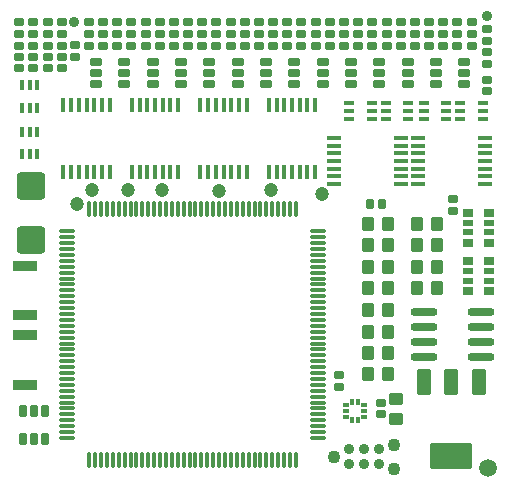
<source format=gts>
G04*
G04 #@! TF.GenerationSoftware,Altium Limited,Altium Designer,22.11.1 (43)*
G04*
G04 Layer_Color=8388736*
%FSLAX25Y25*%
%MOIN*%
G70*
G04*
G04 #@! TF.SameCoordinates,8C82D437-5C52-4462-93A3-0E09C5BBDBC0*
G04*
G04*
G04 #@! TF.FilePolarity,Negative*
G04*
G01*
G75*
G04:AMPARAMS|DCode=41|XSize=47.24mil|YSize=88.58mil|CornerRadius=6.3mil|HoleSize=0mil|Usage=FLASHONLY|Rotation=180.000|XOffset=0mil|YOffset=0mil|HoleType=Round|Shape=RoundedRectangle|*
%AMROUNDEDRECTD41*
21,1,0.04724,0.07598,0,0,180.0*
21,1,0.03465,0.08858,0,0,180.0*
1,1,0.01260,-0.01732,0.03799*
1,1,0.01260,0.01732,0.03799*
1,1,0.01260,0.01732,-0.03799*
1,1,0.01260,-0.01732,-0.03799*
%
%ADD41ROUNDEDRECTD41*%
G04:AMPARAMS|DCode=42|XSize=47.24mil|YSize=88.58mil|CornerRadius=6.3mil|HoleSize=0mil|Usage=FLASHONLY|Rotation=180.000|XOffset=0mil|YOffset=0mil|HoleType=Round|Shape=RoundedRectangle|*
%AMROUNDEDRECTD42*
21,1,0.04724,0.07599,0,0,180.0*
21,1,0.03465,0.08858,0,0,180.0*
1,1,0.01260,-0.01732,0.03799*
1,1,0.01260,0.01732,0.03799*
1,1,0.01260,0.01732,-0.03799*
1,1,0.01260,-0.01732,-0.03799*
%
%ADD42ROUNDEDRECTD42*%
G04:AMPARAMS|DCode=43|XSize=141.73mil|YSize=88.58mil|CornerRadius=10.43mil|HoleSize=0mil|Usage=FLASHONLY|Rotation=180.000|XOffset=0mil|YOffset=0mil|HoleType=Round|Shape=RoundedRectangle|*
%AMROUNDEDRECTD43*
21,1,0.14173,0.06772,0,0,180.0*
21,1,0.12087,0.08858,0,0,180.0*
1,1,0.02087,-0.06043,0.03386*
1,1,0.02087,0.06043,0.03386*
1,1,0.02087,0.06043,-0.03386*
1,1,0.02087,-0.06043,-0.03386*
%
%ADD43ROUNDEDRECTD43*%
%ADD44O,0.05512X0.01260*%
%ADD45O,0.01260X0.05512*%
G04:AMPARAMS|DCode=46|XSize=43.31mil|YSize=47.24mil|CornerRadius=5.91mil|HoleSize=0mil|Usage=FLASHONLY|Rotation=180.000|XOffset=0mil|YOffset=0mil|HoleType=Round|Shape=RoundedRectangle|*
%AMROUNDEDRECTD46*
21,1,0.04331,0.03543,0,0,180.0*
21,1,0.03150,0.04724,0,0,180.0*
1,1,0.01181,-0.01575,0.01772*
1,1,0.01181,0.01575,0.01772*
1,1,0.01181,0.01575,-0.01772*
1,1,0.01181,-0.01575,-0.01772*
%
%ADD46ROUNDEDRECTD46*%
G04:AMPARAMS|DCode=47|XSize=27.56mil|YSize=39.37mil|CornerRadius=4.33mil|HoleSize=0mil|Usage=FLASHONLY|Rotation=0.000|XOffset=0mil|YOffset=0mil|HoleType=Round|Shape=RoundedRectangle|*
%AMROUNDEDRECTD47*
21,1,0.02756,0.03071,0,0,0.0*
21,1,0.01890,0.03937,0,0,0.0*
1,1,0.00866,0.00945,-0.01535*
1,1,0.00866,-0.00945,-0.01535*
1,1,0.00866,-0.00945,0.01535*
1,1,0.00866,0.00945,0.01535*
%
%ADD47ROUNDEDRECTD47*%
%ADD48C,0.03494*%
G04:AMPARAMS|DCode=49|XSize=31.5mil|YSize=27.56mil|CornerRadius=4.33mil|HoleSize=0mil|Usage=FLASHONLY|Rotation=0.000|XOffset=0mil|YOffset=0mil|HoleType=Round|Shape=RoundedRectangle|*
%AMROUNDEDRECTD49*
21,1,0.03150,0.01890,0,0,0.0*
21,1,0.02284,0.02756,0,0,0.0*
1,1,0.00866,0.01142,-0.00945*
1,1,0.00866,-0.01142,-0.00945*
1,1,0.00866,-0.01142,0.00945*
1,1,0.00866,0.01142,0.00945*
%
%ADD49ROUNDEDRECTD49*%
G04:AMPARAMS|DCode=50|XSize=27.56mil|YSize=39.37mil|CornerRadius=4.33mil|HoleSize=0mil|Usage=FLASHONLY|Rotation=90.000|XOffset=0mil|YOffset=0mil|HoleType=Round|Shape=RoundedRectangle|*
%AMROUNDEDRECTD50*
21,1,0.02756,0.03071,0,0,90.0*
21,1,0.01890,0.03937,0,0,90.0*
1,1,0.00866,0.01535,0.00945*
1,1,0.00866,0.01535,-0.00945*
1,1,0.00866,-0.01535,-0.00945*
1,1,0.00866,-0.01535,0.00945*
%
%ADD50ROUNDEDRECTD50*%
G04:AMPARAMS|DCode=51|XSize=90.55mil|YSize=94.49mil|CornerRadius=10.63mil|HoleSize=0mil|Usage=FLASHONLY|Rotation=270.000|XOffset=0mil|YOffset=0mil|HoleType=Round|Shape=RoundedRectangle|*
%AMROUNDEDRECTD51*
21,1,0.09055,0.07323,0,0,270.0*
21,1,0.06929,0.09449,0,0,270.0*
1,1,0.02126,-0.03661,-0.03465*
1,1,0.02126,-0.03661,0.03465*
1,1,0.02126,0.03661,0.03465*
1,1,0.02126,0.03661,-0.03465*
%
%ADD51ROUNDEDRECTD51*%
%ADD52C,0.03543*%
G04:AMPARAMS|DCode=53|XSize=29.53mil|YSize=35.43mil|CornerRadius=4.53mil|HoleSize=0mil|Usage=FLASHONLY|Rotation=270.000|XOffset=0mil|YOffset=0mil|HoleType=Round|Shape=RoundedRectangle|*
%AMROUNDEDRECTD53*
21,1,0.02953,0.02638,0,0,270.0*
21,1,0.02047,0.03543,0,0,270.0*
1,1,0.00906,-0.01319,-0.01024*
1,1,0.00906,-0.01319,0.01024*
1,1,0.00906,0.01319,0.01024*
1,1,0.00906,0.01319,-0.01024*
%
%ADD53ROUNDEDRECTD53*%
G04:AMPARAMS|DCode=54|XSize=21.65mil|YSize=35.43mil|CornerRadius=3.74mil|HoleSize=0mil|Usage=FLASHONLY|Rotation=270.000|XOffset=0mil|YOffset=0mil|HoleType=Round|Shape=RoundedRectangle|*
%AMROUNDEDRECTD54*
21,1,0.02165,0.02795,0,0,270.0*
21,1,0.01417,0.03543,0,0,270.0*
1,1,0.00748,-0.01398,-0.00709*
1,1,0.00748,-0.01398,0.00709*
1,1,0.00748,0.01398,0.00709*
1,1,0.00748,0.01398,-0.00709*
%
%ADD54ROUNDEDRECTD54*%
G04:AMPARAMS|DCode=55|XSize=35.43mil|YSize=82.68mil|CornerRadius=5.12mil|HoleSize=0mil|Usage=FLASHONLY|Rotation=270.000|XOffset=0mil|YOffset=0mil|HoleType=Round|Shape=RoundedRectangle|*
%AMROUNDEDRECTD55*
21,1,0.03543,0.07244,0,0,270.0*
21,1,0.02520,0.08268,0,0,270.0*
1,1,0.01024,-0.03622,-0.01260*
1,1,0.01024,-0.03622,0.01260*
1,1,0.01024,0.03622,0.01260*
1,1,0.01024,0.03622,-0.01260*
%
%ADD55ROUNDEDRECTD55*%
%ADD56O,0.01575X0.04724*%
%ADD57O,0.04724X0.01575*%
G04:AMPARAMS|DCode=58|XSize=16.54mil|YSize=35.43mil|CornerRadius=3.23mil|HoleSize=0mil|Usage=FLASHONLY|Rotation=270.000|XOffset=0mil|YOffset=0mil|HoleType=Round|Shape=RoundedRectangle|*
%AMROUNDEDRECTD58*
21,1,0.01654,0.02898,0,0,270.0*
21,1,0.01008,0.03543,0,0,270.0*
1,1,0.00646,-0.01449,-0.00504*
1,1,0.00646,-0.01449,0.00504*
1,1,0.00646,0.01449,0.00504*
1,1,0.00646,0.01449,-0.00504*
%
%ADD58ROUNDEDRECTD58*%
%ADD59O,0.09055X0.02756*%
G04:AMPARAMS|DCode=60|XSize=16.54mil|YSize=35.43mil|CornerRadius=3.23mil|HoleSize=0mil|Usage=FLASHONLY|Rotation=0.000|XOffset=0mil|YOffset=0mil|HoleType=Round|Shape=RoundedRectangle|*
%AMROUNDEDRECTD60*
21,1,0.01654,0.02898,0,0,0.0*
21,1,0.01008,0.03543,0,0,0.0*
1,1,0.00646,0.00504,-0.01449*
1,1,0.00646,-0.00504,-0.01449*
1,1,0.00646,-0.00504,0.01449*
1,1,0.00646,0.00504,0.01449*
%
%ADD60ROUNDEDRECTD60*%
%ADD61R,0.01870X0.01772*%
%ADD62R,0.01772X0.01870*%
G04:AMPARAMS|DCode=63|XSize=43.31mil|YSize=47.24mil|CornerRadius=5.91mil|HoleSize=0mil|Usage=FLASHONLY|Rotation=90.000|XOffset=0mil|YOffset=0mil|HoleType=Round|Shape=RoundedRectangle|*
%AMROUNDEDRECTD63*
21,1,0.04331,0.03543,0,0,90.0*
21,1,0.03150,0.04724,0,0,90.0*
1,1,0.01181,0.01772,0.01575*
1,1,0.01181,0.01772,-0.01575*
1,1,0.01181,-0.01772,-0.01575*
1,1,0.01181,-0.01772,0.01575*
%
%ADD63ROUNDEDRECTD63*%
G04:AMPARAMS|DCode=64|XSize=31.5mil|YSize=27.56mil|CornerRadius=4.33mil|HoleSize=0mil|Usage=FLASHONLY|Rotation=270.000|XOffset=0mil|YOffset=0mil|HoleType=Round|Shape=RoundedRectangle|*
%AMROUNDEDRECTD64*
21,1,0.03150,0.01890,0,0,270.0*
21,1,0.02284,0.02756,0,0,270.0*
1,1,0.00866,-0.00945,-0.01142*
1,1,0.00866,-0.00945,0.01142*
1,1,0.00866,0.00945,0.01142*
1,1,0.00866,0.00945,-0.01142*
%
%ADD64ROUNDEDRECTD64*%
%ADD65C,0.04294*%
%ADD66C,0.04724*%
%ADD67C,0.05906*%
D41*
X159055Y32677D02*
D03*
X140945D02*
D03*
D42*
X150000D02*
D03*
D43*
X150000Y8268D02*
D03*
D44*
X105512Y14173D02*
D03*
Y16142D02*
D03*
X105512Y18110D02*
D03*
Y20079D02*
D03*
Y22047D02*
D03*
Y24016D02*
D03*
Y25984D02*
D03*
X105512Y27953D02*
D03*
Y29921D02*
D03*
Y31890D02*
D03*
X105512Y33858D02*
D03*
Y35827D02*
D03*
Y37795D02*
D03*
Y39764D02*
D03*
Y41732D02*
D03*
Y43701D02*
D03*
Y45669D02*
D03*
Y47638D02*
D03*
Y49606D02*
D03*
Y51575D02*
D03*
Y53543D02*
D03*
X105512Y55512D02*
D03*
X105512Y57480D02*
D03*
Y59449D02*
D03*
Y61417D02*
D03*
Y63386D02*
D03*
Y65354D02*
D03*
X105512Y67323D02*
D03*
Y69291D02*
D03*
Y71260D02*
D03*
X105512Y73228D02*
D03*
Y75197D02*
D03*
Y77165D02*
D03*
Y79134D02*
D03*
Y81102D02*
D03*
X105512Y83071D02*
D03*
X21850D02*
D03*
X21850Y81102D02*
D03*
Y79134D02*
D03*
Y77165D02*
D03*
Y75197D02*
D03*
Y73228D02*
D03*
X21850Y71260D02*
D03*
Y69291D02*
D03*
Y67323D02*
D03*
X21850Y65354D02*
D03*
Y63386D02*
D03*
Y61417D02*
D03*
Y59449D02*
D03*
Y57480D02*
D03*
X21850Y55512D02*
D03*
X21850Y53543D02*
D03*
Y51575D02*
D03*
Y49606D02*
D03*
Y47638D02*
D03*
Y45669D02*
D03*
Y43701D02*
D03*
Y41732D02*
D03*
Y39764D02*
D03*
Y37795D02*
D03*
Y35827D02*
D03*
Y33858D02*
D03*
X21850Y31890D02*
D03*
Y29921D02*
D03*
Y27953D02*
D03*
X21850Y25984D02*
D03*
Y24016D02*
D03*
Y22047D02*
D03*
Y20079D02*
D03*
Y18110D02*
D03*
X21850Y16142D02*
D03*
Y14173D02*
D03*
D45*
X98130Y90453D02*
D03*
X96161D02*
D03*
X94193Y90453D02*
D03*
X92224D02*
D03*
X90256D02*
D03*
X88287D02*
D03*
X86319D02*
D03*
X84350Y90453D02*
D03*
X82382D02*
D03*
X80413D02*
D03*
X78445Y90453D02*
D03*
X76476D02*
D03*
X74508D02*
D03*
X72539D02*
D03*
X70571D02*
D03*
X68602D02*
D03*
X66634D02*
D03*
X64665D02*
D03*
X62697D02*
D03*
X60728D02*
D03*
X58760D02*
D03*
X56791Y90453D02*
D03*
X54823Y90453D02*
D03*
X52854D02*
D03*
X50886D02*
D03*
X48917D02*
D03*
X46949D02*
D03*
X44980Y90453D02*
D03*
X43012D02*
D03*
X41043D02*
D03*
X39075Y90453D02*
D03*
X37106D02*
D03*
X35138D02*
D03*
X33169D02*
D03*
X31201D02*
D03*
X29232Y90453D02*
D03*
Y6791D02*
D03*
X31201Y6791D02*
D03*
X33169D02*
D03*
X35138D02*
D03*
X37106D02*
D03*
X39075D02*
D03*
X41043Y6791D02*
D03*
X43012D02*
D03*
X44980D02*
D03*
X46949Y6791D02*
D03*
X48917D02*
D03*
X50886D02*
D03*
X52854D02*
D03*
X54823D02*
D03*
X56791Y6791D02*
D03*
X58760Y6791D02*
D03*
X60728D02*
D03*
X62697D02*
D03*
X64665D02*
D03*
X66634D02*
D03*
X68602D02*
D03*
X70571D02*
D03*
X72539D02*
D03*
X74508D02*
D03*
X76476D02*
D03*
X78445D02*
D03*
X80413Y6791D02*
D03*
X82382D02*
D03*
X84350D02*
D03*
X86319Y6791D02*
D03*
X88287D02*
D03*
X90256D02*
D03*
X92224D02*
D03*
X94193D02*
D03*
X96161Y6791D02*
D03*
X98130D02*
D03*
D46*
X128740Y56693D02*
D03*
X122047Y56693D02*
D03*
Y49606D02*
D03*
X128740D02*
D03*
Y42520D02*
D03*
X122047D02*
D03*
Y35433D02*
D03*
X128740D02*
D03*
X138583Y64173D02*
D03*
X145276D02*
D03*
X122047Y64173D02*
D03*
X128740Y64173D02*
D03*
X138583Y71260D02*
D03*
X145276Y71260D02*
D03*
X122047Y71260D02*
D03*
X128740D02*
D03*
X138583Y78347D02*
D03*
X145276D02*
D03*
X122047D02*
D03*
X128740D02*
D03*
X145276Y85433D02*
D03*
X138583Y85433D02*
D03*
X122047Y85433D02*
D03*
X128740D02*
D03*
D47*
X7086Y13780D02*
D03*
X10827D02*
D03*
X14567D02*
D03*
Y23228D02*
D03*
X10827D02*
D03*
X7086D02*
D03*
D48*
X115787Y5433D02*
D03*
Y10433D02*
D03*
X120787Y5433D02*
D03*
X120787Y10433D02*
D03*
X125787Y5433D02*
D03*
Y10433D02*
D03*
D49*
X161811Y150394D02*
D03*
Y146457D02*
D03*
X15354Y137402D02*
D03*
Y141339D02*
D03*
X118898Y148819D02*
D03*
Y152756D02*
D03*
X104724Y148819D02*
D03*
X104724Y152756D02*
D03*
X85827Y144882D02*
D03*
Y148819D02*
D03*
Y152756D02*
D03*
Y148819D02*
D03*
X76378D02*
D03*
X76378Y144882D02*
D03*
X76378Y148819D02*
D03*
X76378Y152756D02*
D03*
X52756Y144882D02*
D03*
Y148819D02*
D03*
X29134D02*
D03*
X29134Y144882D02*
D03*
X29134Y148819D02*
D03*
X29134Y152756D02*
D03*
X112500Y35039D02*
D03*
Y31102D02*
D03*
X24409Y145276D02*
D03*
Y141339D02*
D03*
X161811Y129724D02*
D03*
Y133661D02*
D03*
X150394Y93701D02*
D03*
Y89764D02*
D03*
X5906Y141339D02*
D03*
Y137402D02*
D03*
X10630Y141339D02*
D03*
Y137402D02*
D03*
X20079Y141339D02*
D03*
Y137402D02*
D03*
X156693Y148819D02*
D03*
Y144882D02*
D03*
X151969Y148819D02*
D03*
Y144882D02*
D03*
X147244Y148819D02*
D03*
Y144882D02*
D03*
X142520Y148819D02*
D03*
Y144882D02*
D03*
X156693Y148819D02*
D03*
Y152756D02*
D03*
X151969Y148819D02*
D03*
Y152756D02*
D03*
X147244Y148819D02*
D03*
Y152756D02*
D03*
X142520Y148819D02*
D03*
Y152756D02*
D03*
X137795Y148819D02*
D03*
Y144882D02*
D03*
X133071Y148819D02*
D03*
Y144882D02*
D03*
X128347Y148819D02*
D03*
X128346Y144882D02*
D03*
X123504Y148819D02*
D03*
Y144882D02*
D03*
X137795Y148819D02*
D03*
Y152756D02*
D03*
X133071Y148819D02*
D03*
Y152756D02*
D03*
X128347Y148819D02*
D03*
X128346Y152756D02*
D03*
X123622Y148819D02*
D03*
Y152756D02*
D03*
X118898Y148819D02*
D03*
Y144882D02*
D03*
X114173Y148819D02*
D03*
Y144882D02*
D03*
X109449Y148819D02*
D03*
Y144882D02*
D03*
X104724Y148819D02*
D03*
Y144882D02*
D03*
X114173Y148819D02*
D03*
X114173Y152756D02*
D03*
X109449Y148819D02*
D03*
Y152756D02*
D03*
X100000Y144882D02*
D03*
Y148819D02*
D03*
X95276Y144882D02*
D03*
Y148819D02*
D03*
X90551Y144882D02*
D03*
Y148819D02*
D03*
X100000Y152756D02*
D03*
Y148819D02*
D03*
X95276Y152756D02*
D03*
Y148819D02*
D03*
X90551Y152756D02*
D03*
Y148819D02*
D03*
X81102D02*
D03*
Y144882D02*
D03*
X71653Y148819D02*
D03*
Y144882D02*
D03*
X66929Y148819D02*
D03*
Y144882D02*
D03*
X81102Y148819D02*
D03*
Y152756D02*
D03*
X71653Y148819D02*
D03*
Y152756D02*
D03*
X66929Y148819D02*
D03*
Y152756D02*
D03*
X62205Y144882D02*
D03*
Y148819D02*
D03*
X57480Y144882D02*
D03*
Y148819D02*
D03*
X48031Y144882D02*
D03*
Y148819D02*
D03*
X62205Y152756D02*
D03*
Y148819D02*
D03*
X57480Y152756D02*
D03*
Y148819D02*
D03*
X52756Y152756D02*
D03*
Y148819D02*
D03*
X48031Y152756D02*
D03*
Y148819D02*
D03*
X43307D02*
D03*
X43307Y144882D02*
D03*
X38583Y148819D02*
D03*
Y144882D02*
D03*
X33858Y148819D02*
D03*
Y144882D02*
D03*
X43307Y148819D02*
D03*
X43307Y152756D02*
D03*
X38583Y148819D02*
D03*
Y152756D02*
D03*
X33858Y148819D02*
D03*
Y152756D02*
D03*
X20079Y144882D02*
D03*
Y148819D02*
D03*
X15354Y144882D02*
D03*
Y148819D02*
D03*
X10630Y144882D02*
D03*
Y148819D02*
D03*
X5906Y144882D02*
D03*
Y148819D02*
D03*
X20079Y152756D02*
D03*
Y148819D02*
D03*
X15354Y152756D02*
D03*
Y148819D02*
D03*
X10630Y152756D02*
D03*
Y148819D02*
D03*
X5906Y152756D02*
D03*
Y148819D02*
D03*
X161811Y138779D02*
D03*
Y142717D02*
D03*
X126378Y25984D02*
D03*
Y22047D02*
D03*
D50*
X107087Y132087D02*
D03*
Y135827D02*
D03*
Y139567D02*
D03*
X116535Y139567D02*
D03*
Y135827D02*
D03*
X116535Y132087D02*
D03*
X144882D02*
D03*
X144882Y135827D02*
D03*
Y139567D02*
D03*
X154331D02*
D03*
Y135827D02*
D03*
X154331Y132087D02*
D03*
X125984Y132087D02*
D03*
Y135827D02*
D03*
Y139567D02*
D03*
X135433Y139567D02*
D03*
Y135827D02*
D03*
Y132087D02*
D03*
X88189D02*
D03*
Y135827D02*
D03*
Y139567D02*
D03*
X97638Y139567D02*
D03*
Y135827D02*
D03*
X97638Y132087D02*
D03*
X69291D02*
D03*
Y135827D02*
D03*
Y139567D02*
D03*
X78740D02*
D03*
Y135827D02*
D03*
Y132087D02*
D03*
X50394Y132087D02*
D03*
Y135827D02*
D03*
Y139567D02*
D03*
X59842D02*
D03*
Y135827D02*
D03*
Y132087D02*
D03*
X31496D02*
D03*
Y135827D02*
D03*
Y139567D02*
D03*
X40945Y139567D02*
D03*
Y135827D02*
D03*
X40945Y132087D02*
D03*
D51*
X9843Y98032D02*
D03*
Y80315D02*
D03*
D52*
X24134Y152756D02*
D03*
X161811Y154724D02*
D03*
D53*
X155512Y79232D02*
D03*
X162598D02*
D03*
Y89272D02*
D03*
X155512D02*
D03*
Y73130D02*
D03*
X162598D02*
D03*
Y63091D02*
D03*
X155512D02*
D03*
D54*
X162598Y85827D02*
D03*
Y82677D02*
D03*
X155512D02*
D03*
Y85827D02*
D03*
Y69685D02*
D03*
Y66536D02*
D03*
X162598D02*
D03*
Y69685D02*
D03*
D55*
X7874Y31890D02*
D03*
Y48425D02*
D03*
Y71654D02*
D03*
Y55118D02*
D03*
D56*
X20669Y102756D02*
D03*
X23228D02*
D03*
X25787D02*
D03*
X28346D02*
D03*
X30906D02*
D03*
X33465D02*
D03*
X36024D02*
D03*
X20669Y125197D02*
D03*
X23228Y125197D02*
D03*
X25787D02*
D03*
X28346Y125197D02*
D03*
X30906Y125197D02*
D03*
X33465D02*
D03*
X36024Y125197D02*
D03*
X89173Y102756D02*
D03*
X91732D02*
D03*
X94291D02*
D03*
X96850D02*
D03*
X99409D02*
D03*
X101969D02*
D03*
X104527D02*
D03*
X89173Y125197D02*
D03*
X91732D02*
D03*
X94291D02*
D03*
X96850D02*
D03*
X99409D02*
D03*
X101969D02*
D03*
X104527D02*
D03*
X66338Y102756D02*
D03*
X68898D02*
D03*
X71457D02*
D03*
X74016D02*
D03*
X76575D02*
D03*
X79134D02*
D03*
X81693D02*
D03*
X66338Y125197D02*
D03*
X68898D02*
D03*
X71457D02*
D03*
X74016D02*
D03*
X76575D02*
D03*
X79134D02*
D03*
X81693D02*
D03*
X43504Y102756D02*
D03*
X46063D02*
D03*
X48622D02*
D03*
X51181D02*
D03*
X53740D02*
D03*
X56299D02*
D03*
X58858D02*
D03*
X43504Y125197D02*
D03*
X46063D02*
D03*
X48622D02*
D03*
X51181D02*
D03*
X53740D02*
D03*
X56299D02*
D03*
X58858D02*
D03*
D57*
X110827Y114173D02*
D03*
Y111614D02*
D03*
Y109055D02*
D03*
Y106496D02*
D03*
Y103937D02*
D03*
Y101378D02*
D03*
Y98819D02*
D03*
X133268Y114173D02*
D03*
Y111614D02*
D03*
Y109055D02*
D03*
Y106496D02*
D03*
Y103937D02*
D03*
Y101378D02*
D03*
Y98819D02*
D03*
X138779Y114173D02*
D03*
Y111614D02*
D03*
Y109055D02*
D03*
Y106496D02*
D03*
Y103937D02*
D03*
Y101378D02*
D03*
Y98819D02*
D03*
X161220Y114173D02*
D03*
Y111614D02*
D03*
Y109055D02*
D03*
Y106496D02*
D03*
Y103937D02*
D03*
Y101378D02*
D03*
Y98819D02*
D03*
D58*
X128150Y125787D02*
D03*
Y123228D02*
D03*
Y120669D02*
D03*
X135630Y125787D02*
D03*
Y123228D02*
D03*
Y120669D02*
D03*
X148228Y120669D02*
D03*
Y123228D02*
D03*
Y125787D02*
D03*
X140748Y120669D02*
D03*
Y123228D02*
D03*
Y125787D02*
D03*
X152953Y125787D02*
D03*
Y123228D02*
D03*
Y120669D02*
D03*
X160433Y125787D02*
D03*
Y123228D02*
D03*
Y120669D02*
D03*
X123425Y120669D02*
D03*
Y123228D02*
D03*
Y125787D02*
D03*
X115945Y120669D02*
D03*
Y123228D02*
D03*
Y125787D02*
D03*
D59*
X159842Y41317D02*
D03*
X159842Y46317D02*
D03*
X159842Y51317D02*
D03*
Y56317D02*
D03*
X140945Y41317D02*
D03*
X140945Y46317D02*
D03*
X140945Y51317D02*
D03*
Y56317D02*
D03*
D60*
X6890Y108858D02*
D03*
X9449D02*
D03*
X12008D02*
D03*
X6890Y116339D02*
D03*
X9449Y116339D02*
D03*
X12008Y116339D02*
D03*
X6890Y124213D02*
D03*
X9449Y124213D02*
D03*
X12008Y124213D02*
D03*
X6890Y131693D02*
D03*
X9449D02*
D03*
X12008D02*
D03*
D61*
X120719Y25197D02*
D03*
Y23228D02*
D03*
Y21260D02*
D03*
X114715D02*
D03*
Y23228D02*
D03*
Y25197D02*
D03*
D62*
X118701Y20226D02*
D03*
X116732D02*
D03*
Y26230D02*
D03*
X118701D02*
D03*
D63*
X131595Y27165D02*
D03*
Y20472D02*
D03*
D64*
X122835Y92126D02*
D03*
X126772D02*
D03*
D65*
X110787Y7933D02*
D03*
X130787Y11933D02*
D03*
Y3933D02*
D03*
D66*
X72441Y96457D02*
D03*
X25197Y92126D02*
D03*
X30315Y96850D02*
D03*
X42126D02*
D03*
X53543Y96850D02*
D03*
X89764Y96850D02*
D03*
X106693Y95669D02*
D03*
D67*
X162205Y4331D02*
D03*
M02*

</source>
